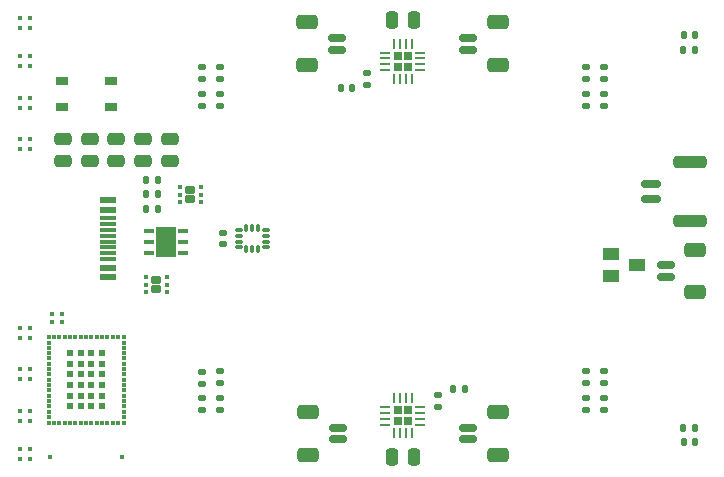
<source format=gbr>
%TF.GenerationSoftware,KiCad,Pcbnew,9.0.3*%
%TF.CreationDate,2025-07-23T20:32:43-05:00*%
%TF.ProjectId,MouseWB5,4d6f7573-6557-4423-952e-6b696361645f,rev?*%
%TF.SameCoordinates,Original*%
%TF.FileFunction,Paste,Top*%
%TF.FilePolarity,Positive*%
%FSLAX46Y46*%
G04 Gerber Fmt 4.6, Leading zero omitted, Abs format (unit mm)*
G04 Created by KiCad (PCBNEW 9.0.3) date 2025-07-23 20:32:43*
%MOMM*%
%LPD*%
G01*
G04 APERTURE LIST*
G04 Aperture macros list*
%AMRoundRect*
0 Rectangle with rounded corners*
0 $1 Rounding radius*
0 $2 $3 $4 $5 $6 $7 $8 $9 X,Y pos of 4 corners*
0 Add a 4 corners polygon primitive as box body*
4,1,4,$2,$3,$4,$5,$6,$7,$8,$9,$2,$3,0*
0 Add four circle primitives for the rounded corners*
1,1,$1+$1,$2,$3*
1,1,$1+$1,$4,$5*
1,1,$1+$1,$6,$7*
1,1,$1+$1,$8,$9*
0 Add four rect primitives between the rounded corners*
20,1,$1+$1,$2,$3,$4,$5,0*
20,1,$1+$1,$4,$5,$6,$7,0*
20,1,$1+$1,$6,$7,$8,$9,0*
20,1,$1+$1,$8,$9,$2,$3,0*%
G04 Aperture macros list end*
%ADD10C,0.000000*%
%ADD11RoundRect,0.250000X0.250000X0.475000X-0.250000X0.475000X-0.250000X-0.475000X0.250000X-0.475000X0*%
%ADD12R,1.050000X0.650000*%
%ADD13RoundRect,0.135000X0.135000X0.185000X-0.135000X0.185000X-0.135000X-0.185000X0.135000X-0.185000X0*%
%ADD14RoundRect,0.135000X0.185000X-0.135000X0.185000X0.135000X-0.185000X0.135000X-0.185000X-0.135000X0*%
%ADD15R,0.450000X0.450000*%
%ADD16RoundRect,0.150000X0.625000X-0.150000X0.625000X0.150000X-0.625000X0.150000X-0.625000X-0.150000X0*%
%ADD17RoundRect,0.250000X0.650000X-0.350000X0.650000X0.350000X-0.650000X0.350000X-0.650000X-0.350000X0*%
%ADD18RoundRect,0.250000X-0.475000X0.250000X-0.475000X-0.250000X0.475000X-0.250000X0.475000X0.250000X0*%
%ADD19RoundRect,0.182500X0.182500X0.182500X-0.182500X0.182500X-0.182500X-0.182500X0.182500X-0.182500X0*%
%ADD20RoundRect,0.062500X0.325000X0.062500X-0.325000X0.062500X-0.325000X-0.062500X0.325000X-0.062500X0*%
%ADD21RoundRect,0.062500X0.062500X0.325000X-0.062500X0.325000X-0.062500X-0.325000X0.062500X-0.325000X0*%
%ADD22RoundRect,0.150000X-0.625000X0.150000X-0.625000X-0.150000X0.625000X-0.150000X0.625000X0.150000X0*%
%ADD23RoundRect,0.250000X-0.650000X0.350000X-0.650000X-0.350000X0.650000X-0.350000X0.650000X0.350000X0*%
%ADD24RoundRect,0.135000X-0.185000X0.135000X-0.185000X-0.135000X0.185000X-0.135000X0.185000X0.135000X0*%
%ADD25RoundRect,0.172500X0.262500X0.172500X-0.262500X0.172500X-0.262500X-0.172500X0.262500X-0.172500X0*%
%ADD26RoundRect,0.093750X0.093750X0.106250X-0.093750X0.106250X-0.093750X-0.106250X0.093750X-0.106250X0*%
%ADD27R,0.804800X0.450000*%
%ADD28R,1.750000X2.500000*%
%ADD29R,1.450000X0.600000*%
%ADD30R,1.450000X0.300000*%
%ADD31RoundRect,0.140000X-0.140000X-0.170000X0.140000X-0.170000X0.140000X0.170000X-0.140000X0.170000X0*%
%ADD32RoundRect,0.182500X-0.182500X-0.182500X0.182500X-0.182500X0.182500X0.182500X-0.182500X0.182500X0*%
%ADD33RoundRect,0.062500X-0.325000X-0.062500X0.325000X-0.062500X0.325000X0.062500X-0.325000X0.062500X0*%
%ADD34RoundRect,0.062500X-0.062500X-0.325000X0.062500X-0.325000X0.062500X0.325000X-0.062500X0.325000X0*%
%ADD35RoundRect,0.147500X0.147500X0.172500X-0.147500X0.172500X-0.147500X-0.172500X0.147500X-0.172500X0*%
%ADD36RoundRect,0.150000X-0.700000X0.150000X-0.700000X-0.150000X0.700000X-0.150000X0.700000X0.150000X0*%
%ADD37RoundRect,0.250000X-1.150000X0.250000X-1.150000X-0.250000X1.150000X-0.250000X1.150000X0.250000X0*%
%ADD38RoundRect,0.079500X-0.100500X0.079500X-0.100500X-0.079500X0.100500X-0.079500X0.100500X0.079500X0*%
%ADD39R,1.400000X1.000000*%
%ADD40RoundRect,0.140000X-0.170000X0.140000X-0.170000X-0.140000X0.170000X-0.140000X0.170000X0.140000X0*%
%ADD41RoundRect,0.250000X-0.250000X-0.475000X0.250000X-0.475000X0.250000X0.475000X-0.250000X0.475000X0*%
%ADD42RoundRect,0.250000X0.475000X-0.250000X0.475000X0.250000X-0.475000X0.250000X-0.475000X-0.250000X0*%
%ADD43RoundRect,0.140000X0.140000X0.170000X-0.140000X0.170000X-0.140000X-0.170000X0.140000X-0.170000X0*%
%ADD44RoundRect,0.087500X0.225000X0.087500X-0.225000X0.087500X-0.225000X-0.087500X0.225000X-0.087500X0*%
%ADD45RoundRect,0.087500X0.087500X0.225000X-0.087500X0.225000X-0.087500X-0.225000X0.087500X-0.225000X0*%
%ADD46R,0.350000X0.350000*%
%ADD47R,0.350000X0.300000*%
%ADD48R,0.300000X0.350000*%
%ADD49R,0.600000X0.600000*%
%ADD50R,0.430000X0.430000*%
G04 APERTURE END LIST*
D10*
%TO.C,U6*%
G36*
X114327400Y-121549999D02*
G01*
X112577400Y-121549999D01*
X112577400Y-119049999D01*
X114327400Y-119049999D01*
X114327400Y-121549999D01*
G37*
%TD*%
D11*
%TO.C,C3*%
X134450000Y-101500000D03*
X132550000Y-101500000D03*
%TD*%
D12*
%TO.C,SW1*%
X108825000Y-108825000D03*
X104675000Y-108825000D03*
X108825000Y-106675000D03*
X104675000Y-106675000D03*
%TD*%
D13*
%TO.C,R3*%
X158260000Y-104000000D03*
X157240000Y-104000000D03*
%TD*%
D14*
%TO.C,MR9*%
X116500000Y-132280000D03*
X116500000Y-131260000D03*
%TD*%
%TO.C,MR3*%
X116500000Y-108760000D03*
X116500000Y-107740000D03*
%TD*%
D13*
%TO.C,R1*%
X112760000Y-115000000D03*
X111740000Y-115000000D03*
%TD*%
D14*
%TO.C,MR14*%
X150510000Y-132240000D03*
X150510000Y-131220000D03*
%TD*%
D15*
%TO.C,LED4*%
X101924700Y-127575100D03*
X101924900Y-128424900D03*
X101075100Y-127575100D03*
X101075100Y-128424900D03*
%TD*%
D16*
%TO.C,M2*%
X128000000Y-137000000D03*
X128000000Y-136000000D03*
D17*
X125475000Y-138300000D03*
X125475000Y-134700000D03*
%TD*%
D18*
%TO.C,C5*%
X109250000Y-111550000D03*
X109250000Y-113450000D03*
%TD*%
D19*
%TO.C,U2*%
X133950000Y-105450000D03*
X133950000Y-104550000D03*
X133050000Y-105450000D03*
X133050000Y-104550000D03*
D20*
X134987500Y-105750000D03*
X134987500Y-105250000D03*
X134987500Y-104750000D03*
X134987500Y-104250000D03*
D21*
X134250000Y-103512500D03*
X133750000Y-103512500D03*
X133250000Y-103512500D03*
X132750000Y-103512500D03*
D20*
X132012500Y-104250000D03*
X132012500Y-104750000D03*
X132012500Y-105250000D03*
X132012500Y-105750000D03*
D21*
X132750000Y-106487500D03*
X133250000Y-106487500D03*
X133750000Y-106487500D03*
X134250000Y-106487500D03*
%TD*%
D18*
%TO.C,C4*%
X107000000Y-111550000D03*
X107000000Y-113450000D03*
%TD*%
%TO.C,C10*%
X113750000Y-111550000D03*
X113750000Y-113450000D03*
%TD*%
D22*
%TO.C,M3*%
X139000000Y-103000000D03*
X139000000Y-104000000D03*
D23*
X141525000Y-101700000D03*
X141525000Y-105300000D03*
%TD*%
D24*
%TO.C,R7*%
X130500000Y-105990000D03*
X130500000Y-107010000D03*
%TD*%
D25*
%TO.C,U7*%
X115500000Y-116675000D03*
X115500000Y-115875000D03*
D26*
X116387500Y-116925000D03*
X116387500Y-116275000D03*
X116387500Y-115625000D03*
X114612500Y-115625000D03*
X114612500Y-116275000D03*
X114612500Y-116925000D03*
%TD*%
D27*
%TO.C,U6*%
X114904800Y-121250000D03*
X114904800Y-120299999D03*
X114904800Y-119349998D03*
X112000000Y-119349998D03*
X112000000Y-120299999D03*
X112000000Y-121250000D03*
D28*
X113452400Y-120299999D03*
%TD*%
D29*
%TO.C,J1*%
X108545000Y-116750000D03*
X108545000Y-117550000D03*
D30*
X108545000Y-118750000D03*
X108545000Y-119750000D03*
X108545000Y-120250000D03*
X108545000Y-121250000D03*
D29*
X108545000Y-122450000D03*
X108545000Y-123250000D03*
X108545000Y-123250000D03*
X108545000Y-122450000D03*
D30*
X108545000Y-121750000D03*
X108545000Y-120750000D03*
X108545000Y-119250000D03*
X108545000Y-118250000D03*
D29*
X108545000Y-117550000D03*
X108545000Y-116750000D03*
%TD*%
D14*
%TO.C,MR8*%
X150500000Y-108760000D03*
X150500000Y-107740000D03*
%TD*%
%TO.C,MR11*%
X116510000Y-134510000D03*
X116510000Y-133490000D03*
%TD*%
%TO.C,MR16*%
X150510000Y-134500000D03*
X150510000Y-133480000D03*
%TD*%
D31*
%TO.C,C9*%
X137770000Y-132750000D03*
X138730000Y-132750000D03*
%TD*%
D14*
%TO.C,MR10*%
X118010000Y-132260000D03*
X118010000Y-131240000D03*
%TD*%
D25*
%TO.C,U4*%
X112612500Y-124300000D03*
X112612500Y-123500000D03*
D26*
X113500000Y-124550000D03*
X113500000Y-123900000D03*
X113500000Y-123250000D03*
X111725000Y-123250000D03*
X111725000Y-123900000D03*
X111725000Y-124550000D03*
%TD*%
D15*
%TO.C,LED7*%
X101924700Y-104575100D03*
X101924900Y-105424900D03*
X101075100Y-104575100D03*
X101075100Y-105424900D03*
%TD*%
D14*
%TO.C,MR12*%
X118010000Y-134510000D03*
X118010000Y-133490000D03*
%TD*%
%TO.C,MR7*%
X149000000Y-108775000D03*
X149000000Y-107755000D03*
%TD*%
D32*
%TO.C,U3*%
X133050000Y-134550000D03*
X133050000Y-135450000D03*
X133950000Y-134550000D03*
X133950000Y-135450000D03*
D33*
X132012500Y-134250000D03*
X132012500Y-134750000D03*
X132012500Y-135250000D03*
X132012500Y-135750000D03*
D34*
X132750000Y-136487500D03*
X133250000Y-136487500D03*
X133750000Y-136487500D03*
X134250000Y-136487500D03*
D33*
X134987500Y-135750000D03*
X134987500Y-135250000D03*
X134987500Y-134750000D03*
X134987500Y-134250000D03*
D34*
X134250000Y-133512500D03*
X133750000Y-133512500D03*
X133250000Y-133512500D03*
X132750000Y-133512500D03*
%TD*%
D35*
%TO.C,D1*%
X158250000Y-137250000D03*
X157280000Y-137250000D03*
%TD*%
D14*
%TO.C,MR13*%
X149000000Y-132270000D03*
X149000000Y-131250000D03*
%TD*%
D36*
%TO.C,J9*%
X154500000Y-115400000D03*
X154500000Y-116650000D03*
D37*
X157850000Y-113550000D03*
X157850000Y-118500000D03*
%TD*%
D22*
%TO.C,M5*%
X155750000Y-122250000D03*
X155750000Y-123250000D03*
D23*
X158275000Y-120950000D03*
X158275000Y-124550000D03*
%TD*%
D14*
%TO.C,MR2*%
X118000000Y-106510000D03*
X118000000Y-105490000D03*
%TD*%
%TO.C,R8*%
X136500000Y-134260000D03*
X136500000Y-133240000D03*
%TD*%
D18*
%TO.C,C7*%
X111500000Y-111550000D03*
X111500000Y-113450000D03*
%TD*%
D15*
%TO.C,LED1*%
X101924700Y-137825100D03*
X101924900Y-138674900D03*
X101075100Y-137825100D03*
X101075100Y-138674900D03*
%TD*%
D14*
%TO.C,MR4*%
X118000000Y-108770000D03*
X118000000Y-107750000D03*
%TD*%
%TO.C,MR1*%
X116500000Y-106510000D03*
X116500000Y-105490000D03*
%TD*%
D38*
%TO.C,R5*%
X104625000Y-126405000D03*
X104625000Y-127095000D03*
%TD*%
%TO.C,R6*%
X103750000Y-126405000D03*
X103750000Y-127095000D03*
%TD*%
D15*
%TO.C,LED6*%
X101924700Y-108075100D03*
X101924900Y-108924900D03*
X101075100Y-108075100D03*
X101075100Y-108924900D03*
%TD*%
D14*
%TO.C,MR15*%
X149010000Y-134500000D03*
X149010000Y-133480000D03*
%TD*%
D39*
%TO.C,Q1*%
X151162700Y-121300000D03*
X151162700Y-123200000D03*
X153362700Y-122250000D03*
%TD*%
D15*
%TO.C,LED5*%
X101924700Y-111575100D03*
X101924900Y-112424900D03*
X101075100Y-111575100D03*
X101075100Y-112424900D03*
%TD*%
D40*
%TO.C,C2*%
X118250000Y-119520000D03*
X118250000Y-120480000D03*
%TD*%
D13*
%TO.C,R10*%
X112760000Y-117500000D03*
X111740000Y-117500000D03*
%TD*%
%TO.C,R4*%
X158260000Y-136000000D03*
X157240000Y-136000000D03*
%TD*%
D16*
%TO.C,M4*%
X127900000Y-104000000D03*
X127900000Y-103000000D03*
D17*
X125375000Y-105300000D03*
X125375000Y-101700000D03*
%TD*%
D35*
%TO.C,D2*%
X158235000Y-102750000D03*
X157265000Y-102750000D03*
%TD*%
D22*
%TO.C,M1*%
X139000000Y-136000000D03*
X139000000Y-137000000D03*
D23*
X141525000Y-134700000D03*
X141525000Y-138300000D03*
%TD*%
D41*
%TO.C,C6*%
X132550000Y-138500000D03*
X134450000Y-138500000D03*
%TD*%
D15*
%TO.C,LED3*%
X101924700Y-131075100D03*
X101924900Y-131924900D03*
X101075100Y-131075100D03*
X101075100Y-131924900D03*
%TD*%
D42*
%TO.C,C1*%
X104750000Y-113450000D03*
X104750000Y-111550000D03*
%TD*%
D14*
%TO.C,MR6*%
X150500000Y-106510000D03*
X150500000Y-105490000D03*
%TD*%
D15*
%TO.C,LED2*%
X101924700Y-134575100D03*
X101924900Y-135424900D03*
X101075100Y-134575100D03*
X101075100Y-135424900D03*
%TD*%
D43*
%TO.C,C8*%
X129230000Y-107250000D03*
X128270000Y-107250000D03*
%TD*%
D44*
%TO.C,U5*%
X121912500Y-120750000D03*
X121912500Y-120250000D03*
X121912500Y-119750000D03*
X121912500Y-119250000D03*
D45*
X121250000Y-119087500D03*
X120750000Y-119087500D03*
X120250000Y-119087500D03*
D44*
X119587500Y-119250000D03*
X119587500Y-119750000D03*
X119587500Y-120250000D03*
X119587500Y-120750000D03*
D45*
X120250000Y-120912500D03*
X120750000Y-120912500D03*
X121250000Y-120912500D03*
%TD*%
D46*
%TO.C,U1*%
X109850000Y-135575000D03*
D47*
X109850000Y-135100000D03*
X109850000Y-134650000D03*
X109850000Y-134200000D03*
X109850000Y-133750000D03*
X109850000Y-133300000D03*
X109850000Y-132850000D03*
X109850000Y-132400000D03*
X109850000Y-131950000D03*
X109850000Y-131500000D03*
X109850000Y-131050000D03*
X109850000Y-130600000D03*
X109850000Y-130150000D03*
X109850000Y-129700000D03*
X109850000Y-129250000D03*
X109850000Y-128800000D03*
D46*
X109850000Y-128325000D03*
D48*
X109375000Y-128325000D03*
X108925000Y-128325000D03*
X108475000Y-128325000D03*
X108025000Y-128325000D03*
X107575000Y-128325000D03*
X107125000Y-128325000D03*
X106675000Y-128325000D03*
X106225000Y-128325000D03*
X105775000Y-128325000D03*
X105325000Y-128325000D03*
X104875000Y-128325000D03*
X104425000Y-128325000D03*
X103975000Y-128325000D03*
D46*
X103500000Y-128325000D03*
D47*
X103500000Y-128800000D03*
X103500000Y-129250000D03*
X103500000Y-129700000D03*
X103500000Y-130150000D03*
X103500000Y-130600000D03*
X103500000Y-131050000D03*
X103500000Y-131500000D03*
X103500000Y-131950000D03*
X103500000Y-132400000D03*
X103500000Y-132850000D03*
X103500000Y-133300000D03*
X103500000Y-133750000D03*
X103500000Y-134200000D03*
X103500000Y-134650000D03*
X103500000Y-135100000D03*
D46*
X103500000Y-135575000D03*
D48*
X103975000Y-135575000D03*
X104425000Y-135575000D03*
X104875000Y-135575000D03*
X105325000Y-135575000D03*
X105775000Y-135575000D03*
X106225000Y-135575000D03*
X106675000Y-135575000D03*
X107125000Y-135575000D03*
X107575000Y-135575000D03*
X108025000Y-135575000D03*
X108475000Y-135575000D03*
X108925000Y-135575000D03*
X109375000Y-135575000D03*
D49*
X108025000Y-134200000D03*
X108025000Y-133300000D03*
X108025000Y-132400000D03*
X108025000Y-131500000D03*
X108025000Y-130600000D03*
X108025000Y-129700000D03*
X107125000Y-129700000D03*
X106225000Y-129700000D03*
X105325000Y-129700000D03*
X105325000Y-130600000D03*
X105325000Y-131500000D03*
X105325000Y-132400000D03*
X105325000Y-133300000D03*
X105325000Y-134200000D03*
X106225000Y-134200000D03*
X107125000Y-134200000D03*
X107125000Y-133300000D03*
X107125000Y-132400000D03*
X107125000Y-131500000D03*
X107125000Y-130600000D03*
X106225000Y-130600000D03*
X106225000Y-131500000D03*
X106225000Y-132400000D03*
X106225000Y-133300000D03*
D50*
X109725000Y-138535000D03*
X103625000Y-138535000D03*
%TD*%
D14*
%TO.C,MR5*%
X149000000Y-106510000D03*
X149000000Y-105490000D03*
%TD*%
D13*
%TO.C,R2*%
X112760000Y-116250000D03*
X111740000Y-116250000D03*
%TD*%
D15*
%TO.C,LED8*%
X101924700Y-101325100D03*
X101924900Y-102174900D03*
X101075100Y-101325100D03*
X101075100Y-102174900D03*
%TD*%
M02*

</source>
